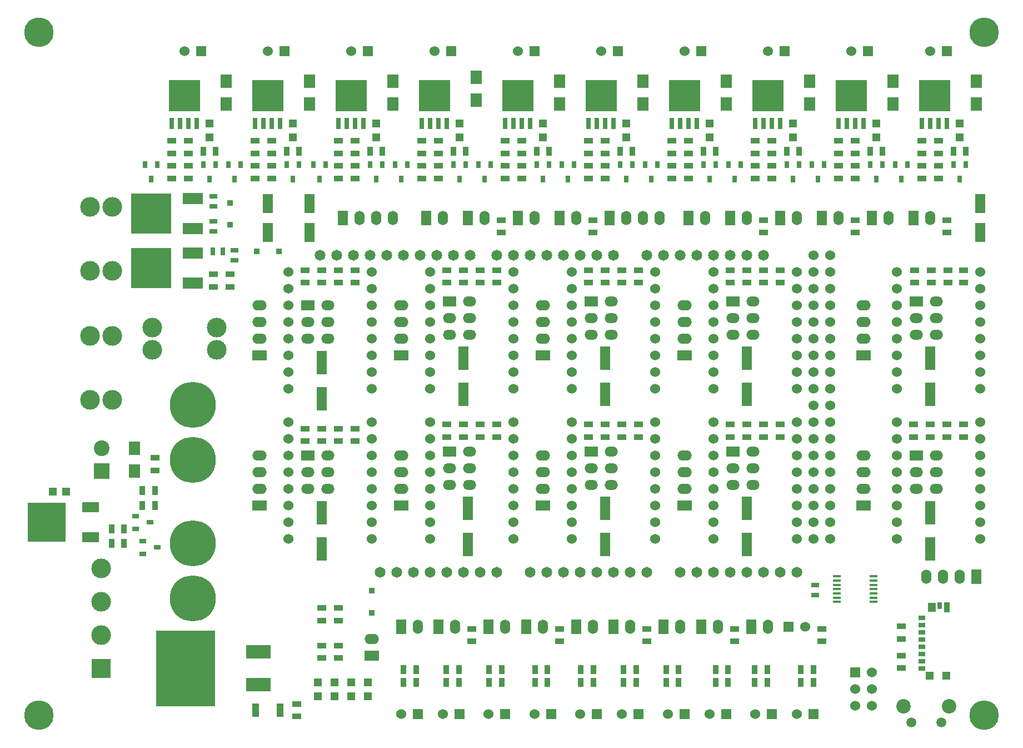
<source format=gts>
G04 (created by PCBNEW (2013-07-07 BZR 4022)-stable) date 30/01/2014 17:39:20*
%MOIN*%
G04 Gerber Fmt 3.4, Leading zero omitted, Abs format*
%FSLAX34Y34*%
G01*
G70*
G90*
G04 APERTURE LIST*
%ADD10C,0.00590551*%
%ADD11C,0.06*%
%ADD12R,0.055X0.035*%
%ADD13R,0.035X0.055*%
%ADD14R,0.045X0.025*%
%ADD15R,0.025X0.045*%
%ADD16R,0.0866X0.06*%
%ADD17O,0.0866X0.06*%
%ADD18R,0.06X0.0866*%
%ADD19O,0.06X0.0866*%
%ADD20R,0.0787X0.06*%
%ADD21O,0.0787X0.06*%
%ADD22R,0.06X0.06*%
%ADD23R,0.063X0.1417*%
%ADD24R,0.063X0.1181*%
%ADD25R,0.0394X0.0787*%
%ADD26R,0.0335X0.0335*%
%ADD27R,0.0315X0.0394*%
%ADD28R,0.0394X0.0315*%
%ADD29C,0.1772*%
%ADD30R,0.12X0.065*%
%ADD31R,0.24X0.24*%
%ADD32R,0.1496X0.0787*%
%ADD33R,0.3543X0.4528*%
%ADD34C,0.0590551*%
%ADD35C,0.0866142*%
%ADD36C,0.275591*%
%ADD37R,0.0393701X0.0275591*%
%ADD38R,0.0472441X0.0452756*%
%ADD39R,0.0472441X0.0570866*%
%ADD40R,0.0275591X0.0393701*%
%ADD41R,0.0354331X0.0590551*%
%ADD42C,0.0944882*%
%ADD43R,0.0944882X0.0944882*%
%ADD44R,0.1181X0.1181*%
%ADD45C,0.1181*%
%ADD46R,0.0669X0.0827*%
%ADD47R,0.0472X0.0472*%
%ADD48R,0.0512X0.0118*%
%ADD49R,0.0275591X0.0669291*%
%ADD50R,0.0472441X0.0472441*%
%ADD51R,0.188976X0.188976*%
%ADD52R,0.023622X0.0354331*%
%ADD53R,0.0354331X0.023622*%
%ADD54R,0.0393701X0.0708661*%
%ADD55R,0.0984X0.0591*%
%ADD56R,0.226378X0.23622*%
%ADD57C,0.065*%
%ADD58C,0.11811*%
G04 APERTURE END LIST*
G54D10*
G54D11*
X49500Y27750D03*
X49500Y26750D03*
X49500Y25750D03*
X49500Y24750D03*
X49500Y23750D03*
X49500Y22750D03*
X49500Y21750D03*
X49500Y20750D03*
X54500Y20750D03*
X54500Y21750D03*
X54500Y22750D03*
X54500Y23750D03*
X54500Y24750D03*
X54500Y25750D03*
X54500Y26750D03*
X54500Y27750D03*
X38500Y18750D03*
X38500Y17750D03*
X38500Y16750D03*
X38500Y15750D03*
X38500Y14750D03*
X38500Y13750D03*
X38500Y12750D03*
X38500Y11750D03*
X43500Y11750D03*
X43500Y12750D03*
X43500Y13750D03*
X43500Y14750D03*
X43500Y15750D03*
X43500Y16750D03*
X43500Y17750D03*
X43500Y18750D03*
X30000Y27750D03*
X30000Y26750D03*
X30000Y25750D03*
X30000Y24750D03*
X30000Y23750D03*
X30000Y22750D03*
X30000Y21750D03*
X30000Y20750D03*
X35000Y20750D03*
X35000Y21750D03*
X35000Y22750D03*
X35000Y23750D03*
X35000Y24750D03*
X35000Y25750D03*
X35000Y26750D03*
X35000Y27750D03*
X30000Y18750D03*
X30000Y17750D03*
X30000Y16750D03*
X30000Y15750D03*
X30000Y14750D03*
X30000Y13750D03*
X30000Y12750D03*
X30000Y11750D03*
X35000Y11750D03*
X35000Y12750D03*
X35000Y13750D03*
X35000Y14750D03*
X35000Y15750D03*
X35000Y16750D03*
X35000Y17750D03*
X35000Y18750D03*
X21500Y18750D03*
X21500Y17750D03*
X21500Y16750D03*
X21500Y15750D03*
X21500Y14750D03*
X21500Y13750D03*
X21500Y12750D03*
X21500Y11750D03*
X26500Y11750D03*
X26500Y12750D03*
X26500Y13750D03*
X26500Y14750D03*
X26500Y15750D03*
X26500Y16750D03*
X26500Y17750D03*
X26500Y18750D03*
X13000Y18750D03*
X13000Y17750D03*
X13000Y16750D03*
X13000Y15750D03*
X13000Y14750D03*
X13000Y13750D03*
X13000Y12750D03*
X13000Y11750D03*
X18000Y11750D03*
X18000Y12750D03*
X18000Y13750D03*
X18000Y14750D03*
X18000Y15750D03*
X18000Y16750D03*
X18000Y17750D03*
X18000Y18750D03*
X49500Y18750D03*
X49500Y17750D03*
X49500Y16750D03*
X49500Y15750D03*
X49500Y14750D03*
X49500Y13750D03*
X49500Y12750D03*
X49500Y11750D03*
X54500Y11750D03*
X54500Y12750D03*
X54500Y13750D03*
X54500Y14750D03*
X54500Y15750D03*
X54500Y16750D03*
X54500Y17750D03*
X54500Y18750D03*
X38500Y27750D03*
X38500Y26750D03*
X38500Y25750D03*
X38500Y24750D03*
X38500Y23750D03*
X38500Y22750D03*
X38500Y21750D03*
X38500Y20750D03*
X43500Y20750D03*
X43500Y21750D03*
X43500Y22750D03*
X43500Y23750D03*
X43500Y24750D03*
X43500Y25750D03*
X43500Y26750D03*
X43500Y27750D03*
X21500Y27750D03*
X21500Y26750D03*
X21500Y25750D03*
X21500Y24750D03*
X21500Y23750D03*
X21500Y22750D03*
X21500Y21750D03*
X21500Y20750D03*
X26500Y20750D03*
X26500Y21750D03*
X26500Y22750D03*
X26500Y23750D03*
X26500Y24750D03*
X26500Y25750D03*
X26500Y26750D03*
X26500Y27750D03*
X13000Y27750D03*
X13000Y26750D03*
X13000Y25750D03*
X13000Y24750D03*
X13000Y23750D03*
X13000Y22750D03*
X13000Y21750D03*
X13000Y20750D03*
X18000Y20750D03*
X18000Y21750D03*
X18000Y22750D03*
X18000Y23750D03*
X18000Y24750D03*
X18000Y25750D03*
X18000Y26750D03*
X18000Y27750D03*
G54D12*
X14000Y27125D03*
X14000Y27875D03*
X23500Y27125D03*
X23500Y27875D03*
X24500Y27125D03*
X24500Y27875D03*
X21000Y34125D03*
X21000Y33375D03*
X17000Y27875D03*
X17000Y27125D03*
X32000Y27125D03*
X32000Y27875D03*
X32000Y33375D03*
X32000Y34125D03*
X22500Y27125D03*
X22500Y27875D03*
X25500Y27875D03*
X25500Y27125D03*
X31000Y34125D03*
X31000Y33375D03*
X33000Y27125D03*
X33000Y27875D03*
X42000Y33375D03*
X42000Y34125D03*
X22000Y33375D03*
X22000Y34125D03*
X15000Y27125D03*
X15000Y27875D03*
X16000Y27125D03*
X16000Y27875D03*
X16000Y34125D03*
X16000Y33375D03*
X53500Y18625D03*
X53500Y17875D03*
X50500Y17875D03*
X50500Y18625D03*
X17000Y33375D03*
X17000Y34125D03*
X51500Y17875D03*
X51500Y18625D03*
X52500Y17875D03*
X52500Y18625D03*
X11000Y34125D03*
X11000Y33375D03*
X42500Y18625D03*
X42500Y17875D03*
X39500Y17875D03*
X39500Y18625D03*
X51550Y27125D03*
X51550Y27875D03*
X49750Y4775D03*
X49750Y4025D03*
G54D13*
X4975Y14650D03*
X4225Y14650D03*
G54D12*
X51000Y34125D03*
X51000Y33375D03*
X52000Y33375D03*
X52000Y34125D03*
X26000Y34125D03*
X26000Y33375D03*
X27000Y33375D03*
X27000Y34125D03*
X46000Y34125D03*
X46000Y33375D03*
X53500Y27875D03*
X53500Y27125D03*
X50550Y27125D03*
X50550Y27875D03*
X47000Y33375D03*
X47000Y34125D03*
X37000Y33375D03*
X37000Y34125D03*
X52550Y27125D03*
X52550Y27875D03*
X41000Y34125D03*
X41000Y33375D03*
X42500Y27875D03*
X42500Y27125D03*
X39500Y27125D03*
X39500Y27875D03*
X33000Y17875D03*
X33000Y18625D03*
X40500Y27125D03*
X40500Y27875D03*
X41500Y27125D03*
X41500Y27875D03*
X36000Y34125D03*
X36000Y33375D03*
X34000Y27875D03*
X34000Y27125D03*
X31000Y27125D03*
X31000Y27875D03*
X39750Y5625D03*
X39750Y6375D03*
X41500Y30875D03*
X41500Y30125D03*
X45000Y5625D03*
X45000Y6375D03*
X16000Y17625D03*
X16000Y18375D03*
X24000Y5625D03*
X24000Y6375D03*
X47000Y30875D03*
X47000Y30125D03*
X24500Y17875D03*
X24500Y18625D03*
X23500Y17875D03*
X23500Y18625D03*
X25750Y30875D03*
X25750Y30125D03*
X52500Y30875D03*
X52500Y30125D03*
X31250Y30875D03*
X31250Y30125D03*
X7000Y33375D03*
X7000Y34125D03*
X31000Y17875D03*
X31000Y18625D03*
X17000Y18375D03*
X17000Y17625D03*
X34000Y18625D03*
X34000Y17875D03*
X6000Y34125D03*
X6000Y33375D03*
X22500Y17875D03*
X22500Y18625D03*
X25500Y18625D03*
X25500Y17875D03*
X32000Y17875D03*
X32000Y18625D03*
X15000Y17625D03*
X15000Y18375D03*
X41500Y17875D03*
X41500Y18625D03*
X34500Y5625D03*
X34500Y6375D03*
X14000Y17625D03*
X14000Y18375D03*
X40500Y17875D03*
X40500Y18625D03*
X29250Y5625D03*
X29250Y6375D03*
X12000Y33375D03*
X12000Y34125D03*
G54D14*
X8500Y30200D03*
X8500Y30800D03*
X9750Y28450D03*
X9750Y29050D03*
G54D15*
X8450Y29000D03*
X9050Y29000D03*
G54D14*
X8500Y32300D03*
X8500Y31700D03*
X44600Y8400D03*
X44600Y9000D03*
G54D16*
X11250Y13750D03*
G54D17*
X11250Y14750D03*
X11250Y15750D03*
X11250Y16750D03*
G54D16*
X19750Y22750D03*
G54D17*
X19750Y23750D03*
X19750Y24750D03*
X19750Y25750D03*
G54D16*
X47500Y22750D03*
G54D17*
X47500Y23750D03*
X47500Y24750D03*
X47500Y25750D03*
G54D16*
X28250Y22750D03*
G54D17*
X28250Y23750D03*
X28250Y24750D03*
X28250Y25750D03*
G54D18*
X54250Y9500D03*
G54D19*
X53250Y9500D03*
X52250Y9500D03*
X51250Y9500D03*
G54D18*
X32250Y31000D03*
G54D19*
X33250Y31000D03*
X34250Y31000D03*
X35250Y31000D03*
G54D16*
X19750Y13750D03*
G54D17*
X19750Y14750D03*
X19750Y15750D03*
X19750Y16750D03*
G54D16*
X11250Y22750D03*
G54D17*
X11250Y23750D03*
X11250Y24750D03*
X11250Y25750D03*
G54D16*
X36750Y13750D03*
G54D17*
X36750Y14750D03*
X36750Y15750D03*
X36750Y16750D03*
G54D16*
X47500Y13750D03*
G54D17*
X47500Y14750D03*
X47500Y15750D03*
X47500Y16750D03*
G54D16*
X28250Y13750D03*
G54D17*
X28250Y14750D03*
X28250Y15750D03*
X28250Y16750D03*
G54D20*
X14152Y16750D03*
G54D21*
X15348Y16750D03*
X14152Y15750D03*
X15348Y15750D03*
X14152Y14750D03*
X15348Y14750D03*
G54D20*
X31152Y17000D03*
G54D21*
X32348Y17000D03*
X31152Y16000D03*
X32348Y16000D03*
X31152Y15000D03*
X32348Y15000D03*
G54D20*
X39652Y17000D03*
G54D21*
X40848Y17000D03*
X39652Y16000D03*
X40848Y16000D03*
X39652Y15000D03*
X40848Y15000D03*
G54D20*
X50652Y26000D03*
G54D21*
X51848Y26000D03*
X50652Y25000D03*
X51848Y25000D03*
X50652Y24000D03*
X51848Y24000D03*
G54D20*
X22652Y17000D03*
G54D21*
X23848Y17000D03*
X22652Y16000D03*
X23848Y16000D03*
X22652Y15000D03*
X23848Y15000D03*
G54D20*
X39652Y26000D03*
G54D21*
X40848Y26000D03*
X39652Y25000D03*
X40848Y25000D03*
X39652Y24000D03*
X40848Y24000D03*
G54D20*
X14152Y25750D03*
G54D21*
X15348Y25750D03*
X14152Y24750D03*
X15348Y24750D03*
X14152Y23750D03*
X15348Y23750D03*
G54D20*
X31152Y26000D03*
G54D21*
X32348Y26000D03*
X31152Y25000D03*
X32348Y25000D03*
X31152Y24000D03*
X32348Y24000D03*
G54D20*
X22652Y26000D03*
G54D21*
X23848Y26000D03*
X22652Y25000D03*
X23848Y25000D03*
X22652Y24000D03*
X23848Y24000D03*
G54D20*
X50652Y16750D03*
G54D21*
X51848Y16750D03*
X50652Y15750D03*
X51848Y15750D03*
X50652Y14750D03*
X51848Y14750D03*
G54D18*
X48000Y31000D03*
G54D19*
X49000Y31000D03*
G54D18*
X23750Y31000D03*
G54D19*
X24750Y31000D03*
G54D18*
X45000Y31000D03*
G54D19*
X46000Y31000D03*
G54D18*
X37000Y31000D03*
G54D19*
X38000Y31000D03*
G54D18*
X50500Y31000D03*
G54D19*
X51500Y31000D03*
G54D18*
X42500Y31000D03*
G54D19*
X43500Y31000D03*
G54D18*
X29250Y31000D03*
G54D19*
X30250Y31000D03*
G54D18*
X21250Y31000D03*
G54D19*
X22250Y31000D03*
G54D18*
X35500Y6500D03*
G54D19*
X36500Y6500D03*
G54D18*
X37750Y6500D03*
G54D19*
X38750Y6500D03*
G54D18*
X26750Y31000D03*
G54D19*
X27750Y31000D03*
G54D18*
X22000Y6500D03*
G54D19*
X23000Y6500D03*
G54D18*
X39500Y31000D03*
G54D19*
X40500Y31000D03*
G54D18*
X30250Y6500D03*
G54D19*
X31250Y6500D03*
G54D18*
X32500Y6500D03*
G54D19*
X33500Y6500D03*
G54D18*
X19750Y6500D03*
G54D19*
X20750Y6500D03*
G54D18*
X25000Y6500D03*
G54D19*
X26000Y6500D03*
G54D18*
X27250Y6500D03*
G54D19*
X28250Y6500D03*
G54D22*
X23250Y1250D03*
G54D11*
X22250Y1250D03*
G54D22*
X26000Y1250D03*
G54D11*
X25000Y1250D03*
G54D22*
X7750Y41000D03*
G54D11*
X6750Y41000D03*
G54D22*
X20750Y1250D03*
G54D11*
X19750Y1250D03*
G54D22*
X22750Y41000D03*
G54D11*
X21750Y41000D03*
G54D22*
X27750Y41000D03*
G54D11*
X26750Y41000D03*
G54D22*
X17750Y41000D03*
G54D11*
X16750Y41000D03*
G54D22*
X12750Y41000D03*
G54D11*
X11750Y41000D03*
G54D22*
X52500Y41000D03*
G54D11*
X51500Y41000D03*
G54D22*
X39250Y1250D03*
G54D11*
X38250Y1250D03*
G54D22*
X37750Y41000D03*
G54D11*
X36750Y41000D03*
G54D22*
X42750Y41000D03*
G54D11*
X41750Y41000D03*
G54D22*
X47750Y41000D03*
G54D11*
X46750Y41000D03*
G54D22*
X44500Y1250D03*
G54D11*
X43500Y1250D03*
G54D22*
X42000Y1250D03*
G54D11*
X41000Y1250D03*
G54D22*
X36750Y1250D03*
G54D11*
X35750Y1250D03*
G54D22*
X34000Y1250D03*
G54D11*
X33000Y1250D03*
G54D22*
X32750Y41000D03*
G54D11*
X31750Y41000D03*
G54D22*
X31500Y1250D03*
G54D11*
X30500Y1250D03*
G54D22*
X28750Y1250D03*
G54D11*
X27750Y1250D03*
G54D23*
X32000Y20417D03*
X32000Y22583D03*
X51500Y20417D03*
X51500Y22583D03*
X32000Y11417D03*
X32000Y13583D03*
X23750Y11417D03*
X23750Y13583D03*
X51500Y11167D03*
X51500Y13333D03*
X40500Y20417D03*
X40500Y22583D03*
X23500Y20417D03*
X23500Y22583D03*
X40500Y11417D03*
X40500Y13583D03*
X15000Y20167D03*
X15000Y22333D03*
X15000Y11167D03*
X15000Y13333D03*
G54D24*
X54500Y31866D03*
X54500Y30134D03*
X14250Y31866D03*
X14250Y30134D03*
X11750Y31866D03*
X11750Y30134D03*
G54D25*
X12478Y1500D03*
X11022Y1500D03*
G54D26*
X11091Y29000D03*
X12409Y29000D03*
X9500Y30591D03*
X9500Y31909D03*
G54D27*
X23250Y33317D03*
X22875Y34183D03*
X23625Y34183D03*
X53250Y33317D03*
X52875Y34183D03*
X53625Y34183D03*
X49750Y33317D03*
X49375Y34183D03*
X50125Y34183D03*
X28250Y33317D03*
X27875Y34183D03*
X28625Y34183D03*
X24750Y33317D03*
X24375Y34183D03*
X25125Y34183D03*
X48250Y33317D03*
X47875Y34183D03*
X48625Y34183D03*
X44750Y33317D03*
X44375Y34183D03*
X45125Y34183D03*
X43250Y33317D03*
X42875Y34183D03*
X43625Y34183D03*
X39750Y33317D03*
X39375Y34183D03*
X40125Y34183D03*
X38250Y33317D03*
X37875Y34183D03*
X38625Y34183D03*
X34750Y33317D03*
X34375Y34183D03*
X35125Y34183D03*
X33250Y33317D03*
X32875Y34183D03*
X33625Y34183D03*
X29750Y33317D03*
X29375Y34183D03*
X30125Y34183D03*
G54D28*
X5133Y11250D03*
X4267Y10875D03*
X4267Y11625D03*
G54D27*
X19750Y33317D03*
X19375Y34183D03*
X20125Y34183D03*
X18250Y33317D03*
X17875Y34183D03*
X18625Y34183D03*
X14850Y33317D03*
X14475Y34183D03*
X15225Y34183D03*
X13250Y33317D03*
X12875Y34183D03*
X13625Y34183D03*
X9750Y33317D03*
X9375Y34183D03*
X10125Y34183D03*
X8250Y33317D03*
X7875Y34183D03*
X8625Y34183D03*
X4750Y33317D03*
X4375Y34183D03*
X5125Y34183D03*
G54D28*
X4683Y12750D03*
X3817Y12375D03*
X3817Y13125D03*
G54D29*
X-1968Y1181D03*
X-1968Y42125D03*
X54724Y42125D03*
X54724Y1181D03*
G54D12*
X13500Y1125D03*
X13500Y1875D03*
G54D13*
X4975Y13750D03*
X4225Y13750D03*
G54D30*
X7250Y30350D03*
G54D31*
X4750Y31250D03*
G54D30*
X7250Y32150D03*
X7250Y27100D03*
G54D31*
X4750Y28000D03*
G54D30*
X7250Y28900D03*
G54D32*
X11185Y3016D03*
X11185Y4984D03*
G54D33*
X6815Y4000D03*
G54D34*
X50364Y750D03*
X52135Y750D03*
G54D35*
X49872Y1734D03*
X52627Y1734D03*
G54D36*
X7250Y16500D03*
X7250Y19807D03*
X7250Y11500D03*
X7250Y8192D03*
G54D37*
X51000Y5283D03*
X51000Y4850D03*
X51000Y4417D03*
X51000Y3984D03*
X51000Y5716D03*
X51000Y6149D03*
X51000Y6582D03*
X51000Y7015D03*
G54D38*
X51452Y3551D03*
X52456Y3551D03*
G54D39*
X51590Y7665D03*
G54D40*
X52043Y7763D03*
G54D41*
X52496Y7665D03*
G54D26*
X18000Y8659D03*
X18000Y7341D03*
G54D42*
X1775Y17188D03*
G54D43*
X1775Y15811D03*
G54D16*
X18000Y4750D03*
G54D17*
X18000Y5750D03*
G54D44*
X1750Y4000D03*
G54D45*
X1750Y6000D03*
X1750Y8000D03*
X1750Y10000D03*
G54D13*
X43719Y3937D03*
X44469Y3937D03*
X40963Y3937D03*
X41713Y3937D03*
X38601Y3937D03*
X39351Y3937D03*
X35648Y3937D03*
X36398Y3937D03*
X33089Y3937D03*
X33839Y3937D03*
X30530Y3937D03*
X31280Y3937D03*
X27774Y3937D03*
X28524Y3937D03*
X25018Y3937D03*
X25768Y3937D03*
X22459Y3937D03*
X23209Y3937D03*
X19900Y3937D03*
X20650Y3937D03*
X33839Y3149D03*
X33089Y3149D03*
X20650Y3149D03*
X19900Y3149D03*
G54D12*
X49750Y5775D03*
X49750Y6525D03*
G54D13*
X36398Y3149D03*
X35648Y3149D03*
X25768Y3149D03*
X25018Y3149D03*
X39351Y3149D03*
X38601Y3149D03*
X28524Y3149D03*
X27774Y3149D03*
X31280Y3149D03*
X30530Y3149D03*
X44469Y3149D03*
X43719Y3149D03*
X23209Y3149D03*
X22459Y3149D03*
X41713Y3149D03*
X40963Y3149D03*
G54D46*
X9250Y39181D03*
X9250Y37819D03*
G54D12*
X6000Y34875D03*
X6000Y35625D03*
X17000Y34875D03*
X17000Y35625D03*
X16000Y35625D03*
X16000Y34875D03*
G54D13*
X23625Y35000D03*
X22875Y35000D03*
G54D12*
X7000Y35625D03*
X7000Y34875D03*
G54D13*
X38625Y35000D03*
X37875Y35000D03*
G54D12*
X12000Y34875D03*
X12000Y35625D03*
X11000Y35625D03*
X11000Y34875D03*
G54D13*
X13625Y35000D03*
X12875Y35000D03*
G54D12*
X41000Y35625D03*
X41000Y34875D03*
G54D13*
X53625Y35000D03*
X52875Y35000D03*
G54D12*
X51000Y35625D03*
X51000Y34875D03*
X52000Y34875D03*
X52000Y35625D03*
G54D13*
X28625Y35000D03*
X27875Y35000D03*
G54D12*
X26000Y35625D03*
X26000Y34875D03*
X27000Y34875D03*
X27000Y35625D03*
G54D13*
X43625Y35000D03*
X42875Y35000D03*
G54D12*
X46000Y35625D03*
X46000Y34875D03*
X47000Y34875D03*
X47000Y35625D03*
G54D13*
X48625Y35000D03*
X47875Y35000D03*
G54D12*
X22000Y34875D03*
X22000Y35625D03*
X42000Y34875D03*
X42000Y35625D03*
G54D13*
X8625Y35000D03*
X7875Y35000D03*
G54D12*
X36000Y35625D03*
X36000Y34875D03*
X37000Y34875D03*
X37000Y35625D03*
G54D13*
X33625Y35000D03*
X32875Y35000D03*
G54D12*
X31000Y35625D03*
X31000Y34875D03*
X32000Y34875D03*
X32000Y35625D03*
G54D13*
X18625Y35000D03*
X17875Y35000D03*
G54D12*
X21000Y35625D03*
X21000Y34875D03*
G54D13*
X2375Y11500D03*
X3125Y11500D03*
X3125Y12350D03*
X2375Y12350D03*
G54D47*
X8250Y35837D03*
X8250Y36663D03*
G54D12*
X5000Y15875D03*
X5000Y16625D03*
G54D47*
X18250Y35837D03*
X18250Y36663D03*
X43250Y35837D03*
X43250Y36663D03*
X53250Y35837D03*
X53250Y36663D03*
X28250Y35837D03*
X28250Y36663D03*
G54D46*
X3750Y17181D03*
X3750Y15819D03*
X24250Y39431D03*
X24250Y38069D03*
X19250Y39181D03*
X19250Y37819D03*
X44250Y39181D03*
X44250Y37819D03*
X54250Y39181D03*
X54250Y37819D03*
X29250Y39181D03*
X29250Y37819D03*
G54D47*
X23250Y35837D03*
X23250Y36663D03*
G54D46*
X39250Y39181D03*
X39250Y37819D03*
G54D47*
X48250Y35837D03*
X48250Y36663D03*
X38250Y35837D03*
X38250Y36663D03*
G54D46*
X49250Y39181D03*
X49250Y37819D03*
X34250Y39181D03*
X34250Y37819D03*
G54D47*
X33250Y35837D03*
X33250Y36663D03*
X-337Y14600D03*
X-1163Y14600D03*
G54D46*
X14250Y39181D03*
X14250Y37819D03*
G54D47*
X13250Y35837D03*
X13250Y36663D03*
G54D12*
X16000Y5375D03*
X16000Y4625D03*
X15000Y7625D03*
X15000Y6875D03*
X16000Y7625D03*
X16000Y6875D03*
X8500Y27625D03*
X8500Y26875D03*
X9500Y26875D03*
X9500Y27625D03*
G54D18*
X16250Y31000D03*
G54D19*
X17250Y31000D03*
X18250Y31000D03*
X19250Y31000D03*
G54D48*
X48100Y7990D03*
X48100Y8240D03*
X48100Y8500D03*
X48100Y8750D03*
X48100Y9010D03*
X48100Y9265D03*
X48100Y9520D03*
X45900Y9520D03*
X45900Y9265D03*
X45900Y9010D03*
X45900Y8750D03*
X45900Y8495D03*
X45900Y8240D03*
X45900Y7985D03*
G54D49*
X51000Y36650D03*
X51500Y36650D03*
X52000Y36650D03*
X52500Y36650D03*
G54D50*
X51277Y37852D03*
X52222Y37852D03*
X51277Y38797D03*
X52222Y38797D03*
G54D51*
X51750Y38324D03*
G54D49*
X31000Y36650D03*
X31500Y36650D03*
X32000Y36650D03*
X32500Y36650D03*
G54D50*
X31277Y37852D03*
X32222Y37852D03*
X31277Y38797D03*
X32222Y38797D03*
G54D51*
X31750Y38324D03*
G54D49*
X36000Y36650D03*
X36500Y36650D03*
X37000Y36650D03*
X37500Y36650D03*
G54D50*
X36277Y37852D03*
X37222Y37852D03*
X36277Y38797D03*
X37222Y38797D03*
G54D51*
X36750Y38324D03*
G54D49*
X46000Y36650D03*
X46500Y36650D03*
X47000Y36650D03*
X47500Y36650D03*
G54D50*
X46277Y37852D03*
X47222Y37852D03*
X46277Y38797D03*
X47222Y38797D03*
G54D51*
X46750Y38324D03*
G54D49*
X41000Y36650D03*
X41500Y36650D03*
X42000Y36650D03*
X42500Y36650D03*
G54D50*
X41277Y37852D03*
X42222Y37852D03*
X41277Y38797D03*
X42222Y38797D03*
G54D51*
X41750Y38324D03*
G54D49*
X26000Y36650D03*
X26500Y36650D03*
X27000Y36650D03*
X27500Y36650D03*
G54D50*
X26277Y37852D03*
X27222Y37852D03*
X26277Y38797D03*
X27222Y38797D03*
G54D51*
X26750Y38324D03*
G54D49*
X16000Y36650D03*
X16500Y36650D03*
X17000Y36650D03*
X17500Y36650D03*
G54D50*
X16277Y37852D03*
X17222Y37852D03*
X16277Y38797D03*
X17222Y38797D03*
G54D51*
X16750Y38324D03*
G54D49*
X21000Y36650D03*
X21500Y36650D03*
X22000Y36650D03*
X22500Y36650D03*
G54D50*
X21277Y37852D03*
X22222Y37852D03*
X21277Y38797D03*
X22222Y38797D03*
G54D51*
X21750Y38324D03*
G54D49*
X11000Y36650D03*
X11500Y36650D03*
X12000Y36650D03*
X12500Y36650D03*
G54D50*
X11277Y37852D03*
X12222Y37852D03*
X11277Y38797D03*
X12222Y38797D03*
G54D51*
X11750Y38324D03*
G54D52*
X7399Y38895D03*
X6966Y38895D03*
X6100Y38895D03*
G54D53*
X7202Y38265D03*
X6297Y38265D03*
X6750Y38265D03*
X6750Y37931D03*
G54D49*
X6000Y36650D03*
X6500Y36650D03*
X7000Y36650D03*
X7500Y36650D03*
G54D53*
X6297Y37596D03*
X7202Y37596D03*
X6297Y37931D03*
X7202Y37931D03*
G54D51*
X6750Y38324D03*
G54D53*
X6750Y37596D03*
G54D52*
X6533Y38895D03*
G54D54*
X-1509Y13537D03*
X-1509Y12750D03*
X-1509Y11962D03*
X-2415Y11962D03*
X-2415Y12750D03*
X-2415Y13537D03*
X-604Y13537D03*
X-604Y12750D03*
G54D55*
X1108Y11854D03*
X1108Y13646D03*
G54D56*
X-1509Y12750D03*
G54D54*
X-604Y11962D03*
G54D22*
X47000Y3750D03*
G54D11*
X48000Y3750D03*
X47000Y2750D03*
X48000Y2750D03*
X47000Y1750D03*
X48000Y1750D03*
G54D12*
X15000Y5375D03*
X15000Y4625D03*
G54D47*
X14750Y2337D03*
X14750Y3163D03*
X15750Y3163D03*
X15750Y2337D03*
X16750Y3163D03*
X16750Y2337D03*
X17750Y3163D03*
X17750Y2337D03*
G54D57*
X34500Y28750D03*
X35500Y28750D03*
X36500Y28750D03*
X37500Y28750D03*
X38500Y28750D03*
X39500Y28750D03*
X40500Y28750D03*
X41500Y28750D03*
X43500Y9750D03*
X42500Y9750D03*
X41500Y9750D03*
X40500Y9750D03*
X36500Y9750D03*
X34500Y9750D03*
X33500Y9750D03*
X37500Y9750D03*
X38500Y9750D03*
X39500Y9750D03*
X32500Y9750D03*
X31500Y9750D03*
X30500Y9750D03*
X27500Y9750D03*
X28500Y9750D03*
X29500Y9750D03*
X25500Y9750D03*
X24500Y9750D03*
X23500Y9750D03*
X21500Y9750D03*
X20500Y9750D03*
X32500Y28750D03*
X31500Y28750D03*
X30500Y28750D03*
X29500Y28750D03*
X28500Y28750D03*
X27500Y28750D03*
X26500Y28750D03*
X25500Y28750D03*
X23900Y28750D03*
X22900Y28750D03*
X21900Y28750D03*
X20900Y28750D03*
X19900Y28750D03*
X18900Y28750D03*
X17900Y28750D03*
X16900Y28750D03*
X22500Y9750D03*
G54D11*
X44500Y27750D03*
X45500Y27750D03*
X44500Y26750D03*
X45500Y26750D03*
X44500Y25750D03*
X45500Y25750D03*
X44500Y24750D03*
X45500Y24750D03*
X44500Y28750D03*
X45500Y28750D03*
X45500Y23750D03*
X44500Y23750D03*
X44500Y22750D03*
X45500Y22750D03*
X44500Y21750D03*
X45500Y21750D03*
X44500Y20750D03*
X45500Y20750D03*
X44500Y19750D03*
X45500Y19750D03*
X44500Y18750D03*
X45500Y18750D03*
X44500Y17750D03*
X45500Y17750D03*
X44500Y16750D03*
X45500Y16750D03*
X44500Y15750D03*
X45500Y15750D03*
X44500Y14750D03*
X45500Y14750D03*
X44500Y13750D03*
X45500Y13750D03*
X44500Y12750D03*
X45500Y12750D03*
X44500Y11750D03*
X45500Y11750D03*
G54D57*
X15900Y28750D03*
X14900Y28750D03*
X19500Y9750D03*
X18500Y9750D03*
G54D58*
X2419Y31669D03*
X1080Y31669D03*
X2419Y27830D03*
X1080Y27830D03*
X8669Y23080D03*
X8669Y24419D03*
X4830Y23080D03*
X4830Y24419D03*
X1080Y20080D03*
X2419Y20080D03*
X1080Y23919D03*
X2419Y23919D03*
G54D22*
X43000Y6500D03*
G54D11*
X44000Y6500D03*
G54D16*
X36750Y22750D03*
G54D17*
X36750Y23750D03*
X36750Y24750D03*
X36750Y25750D03*
G54D18*
X40750Y6500D03*
G54D19*
X41750Y6500D03*
M02*

</source>
